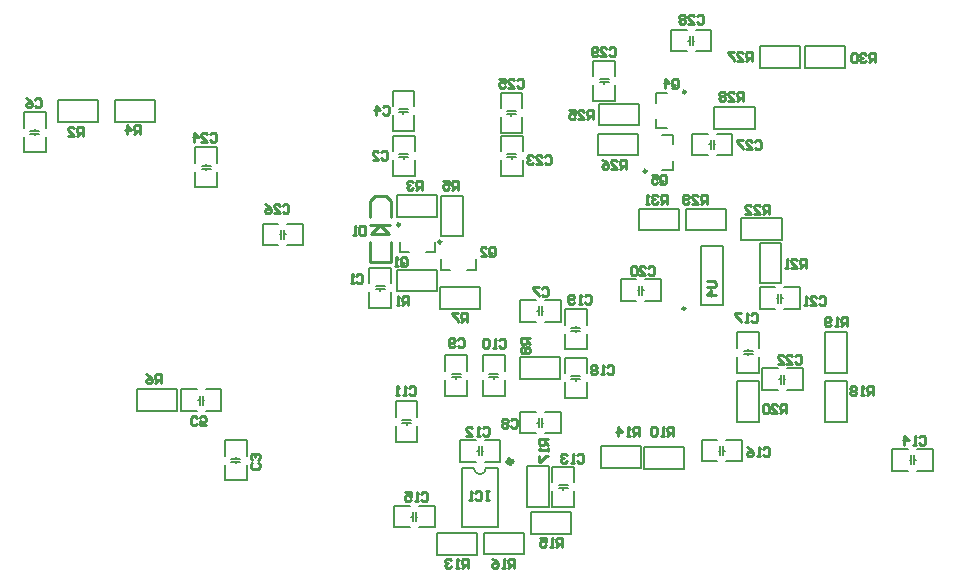
<source format=gbo>
G04*
G04 #@! TF.GenerationSoftware,Altium Limited,Altium Designer,23.3.1 (30)*
G04*
G04 Layer_Color=32896*
%FSLAX25Y25*%
%MOIN*%
G70*
G04*
G04 #@! TF.SameCoordinates,0926E253-2B7E-4DA0-91A0-339D2320E812*
G04*
G04*
G04 #@! TF.FilePolarity,Positive*
G04*
G01*
G75*
%ADD10C,0.01000*%
%ADD12C,0.00984*%
%ADD13C,0.00800*%
%ADD16C,0.00787*%
%ADD18C,0.00600*%
%ADD100C,0.01968*%
D10*
X288251Y356886D02*
X291851D01*
X293551Y355186D01*
Y349936D02*
Y355186D01*
X286551Y349936D02*
Y355186D01*
X288251Y356886D01*
X286741Y347246D02*
X293221D01*
X286551Y334935D02*
X293551D01*
X286551D02*
Y341436D01*
X293551Y334935D02*
Y341436D01*
X289901Y347246D02*
X293101Y344045D01*
X286931D02*
X293101D01*
X286931D02*
X289971Y347085D01*
X413999Y402001D02*
Y404999D01*
X412499D01*
X411999Y404500D01*
Y403500D01*
X412499Y403000D01*
X413999D01*
X412999D02*
X411999Y402001D01*
X409000D02*
X411000D01*
X409000Y404000D01*
Y404500D01*
X409500Y404999D01*
X410500D01*
X411000Y404500D01*
X408001Y404999D02*
X406001D01*
Y404500D01*
X408001Y402500D01*
Y402001D01*
X454999Y401501D02*
Y404499D01*
X453499D01*
X452999Y404000D01*
Y403000D01*
X453499Y402500D01*
X454999D01*
X453999D02*
X452999Y401501D01*
X452000Y404000D02*
X451500Y404499D01*
X450500D01*
X450000Y404000D01*
Y403500D01*
X450500Y403000D01*
X451000D01*
X450500D01*
X450000Y402500D01*
Y402000D01*
X450500Y401501D01*
X451500D01*
X452000Y402000D01*
X449001Y404000D02*
X448501Y404499D01*
X447501D01*
X447001Y404000D01*
Y402000D01*
X447501Y401501D01*
X448501D01*
X449001Y402000D01*
Y404000D01*
X366499Y406000D02*
X366999Y406499D01*
X367999D01*
X368499Y406000D01*
Y404000D01*
X367999Y403501D01*
X366999D01*
X366499Y404000D01*
X363500Y403501D02*
X365500D01*
X363500Y405500D01*
Y406000D01*
X364000Y406499D01*
X365000D01*
X365500Y406000D01*
X362501Y404000D02*
X362001Y403501D01*
X361001D01*
X360501Y404000D01*
Y406000D01*
X361001Y406499D01*
X362001D01*
X362501Y406000D01*
Y405500D01*
X362001Y405000D01*
X360501D01*
X299783Y292918D02*
X300283Y293418D01*
X301283D01*
X301783Y292918D01*
Y290918D01*
X301283Y290419D01*
X300283D01*
X299783Y290918D01*
X298784Y290419D02*
X297784D01*
X298284D01*
Y293418D01*
X298784Y292918D01*
X296285Y290419D02*
X295285D01*
X295785D01*
Y293418D01*
X296285Y292918D01*
X346000Y275749D02*
X343001D01*
Y274249D01*
X343500Y273749D01*
X344500D01*
X345000Y274249D01*
Y275749D01*
Y274749D02*
X346000Y273749D01*
Y272750D02*
Y271750D01*
Y272250D01*
X343001D01*
X343500Y272750D01*
X343001Y270251D02*
Y268251D01*
X343500D01*
X345500Y270251D01*
X346000D01*
X399001Y328499D02*
X401500D01*
X402000Y327999D01*
Y327000D01*
X401500Y326500D01*
X399001D01*
X402000Y324001D02*
X399001D01*
X400500Y325500D01*
Y323501D01*
X385556Y354342D02*
Y357341D01*
X384056D01*
X383556Y356841D01*
Y355841D01*
X384056Y355341D01*
X385556D01*
X384556D02*
X383556Y354342D01*
X382557Y356841D02*
X382057Y357341D01*
X381057D01*
X380557Y356841D01*
Y356341D01*
X381057Y355841D01*
X381557D01*
X381057D01*
X380557Y355341D01*
Y354842D01*
X381057Y354342D01*
X382057D01*
X382557Y354842D01*
X379558Y354342D02*
X378558D01*
X379058D01*
Y357341D01*
X379558Y356841D01*
X398924Y354219D02*
Y357218D01*
X397425D01*
X396925Y356718D01*
Y355719D01*
X397425Y355219D01*
X398924D01*
X397925D02*
X396925Y354219D01*
X393926D02*
X395925D01*
X393926Y356219D01*
Y356718D01*
X394426Y357218D01*
X395426D01*
X395925Y356718D01*
X392926Y354719D02*
X392427Y354219D01*
X391427D01*
X390927Y354719D01*
Y356718D01*
X391427Y357218D01*
X392427D01*
X392926Y356718D01*
Y356219D01*
X392427Y355719D01*
X390927D01*
X411066Y388636D02*
Y391635D01*
X409567D01*
X409067Y391136D01*
Y390136D01*
X409567Y389636D01*
X411066D01*
X410067D02*
X409067Y388636D01*
X406068D02*
X408067D01*
X406068Y390636D01*
Y391136D01*
X406568Y391635D01*
X407568D01*
X408067Y391136D01*
X405068D02*
X404569Y391635D01*
X403569D01*
X403069Y391136D01*
Y390636D01*
X403569Y390136D01*
X403069Y389636D01*
Y389136D01*
X403569Y388636D01*
X404569D01*
X405068Y389136D01*
Y389636D01*
X404569Y390136D01*
X405068Y390636D01*
Y391136D01*
X404569Y390136D02*
X403569D01*
X371999Y366001D02*
Y369000D01*
X370499D01*
X369999Y368500D01*
Y367500D01*
X370499Y367000D01*
X371999D01*
X370999D02*
X369999Y366001D01*
X367000D02*
X369000D01*
X367000Y368000D01*
Y368500D01*
X367500Y369000D01*
X368500D01*
X369000Y368500D01*
X364001Y369000D02*
X365001Y368500D01*
X366001Y367500D01*
Y366500D01*
X365501Y366001D01*
X364501D01*
X364001Y366500D01*
Y367000D01*
X364501Y367500D01*
X366001D01*
X360999Y382501D02*
Y385500D01*
X359499D01*
X358999Y385000D01*
Y384000D01*
X359499Y383500D01*
X360999D01*
X359999D02*
X358999Y382501D01*
X356000D02*
X358000D01*
X356000Y384500D01*
Y385000D01*
X356500Y385500D01*
X357500D01*
X358000Y385000D01*
X353001Y385500D02*
X355001D01*
Y384000D01*
X354001Y384500D01*
X353501D01*
X353001Y384000D01*
Y383000D01*
X353501Y382501D01*
X354501D01*
X355001Y383000D01*
X419760Y351033D02*
Y354032D01*
X418260D01*
X417761Y353532D01*
Y352532D01*
X418260Y352032D01*
X419760D01*
X418760D02*
X417761Y351033D01*
X414762D02*
X416761D01*
X414762Y353032D01*
Y353532D01*
X415262Y354032D01*
X416261D01*
X416761Y353532D01*
X411763Y351033D02*
X413762D01*
X411763Y353032D01*
Y353532D01*
X412262Y354032D01*
X413262D01*
X413762Y353532D01*
X431999Y333000D02*
Y335999D01*
X430499D01*
X429999Y335500D01*
Y334500D01*
X430499Y334000D01*
X431999D01*
X430999D02*
X429999Y333000D01*
X427001D02*
X429000D01*
X427001Y335000D01*
Y335500D01*
X427500Y335999D01*
X428500D01*
X429000Y335500D01*
X426001Y333000D02*
X425001D01*
X425501D01*
Y335999D01*
X426001Y335500D01*
X425499Y284501D02*
Y287499D01*
X423999D01*
X423499Y287000D01*
Y286000D01*
X423999Y285500D01*
X425499D01*
X424499D02*
X423499Y284501D01*
X420500D02*
X422500D01*
X420500Y286500D01*
Y287000D01*
X421000Y287499D01*
X422000D01*
X422500Y287000D01*
X419501D02*
X419001Y287499D01*
X418001D01*
X417501Y287000D01*
Y285000D01*
X418001Y284501D01*
X419001D01*
X419501Y285000D01*
Y287000D01*
X445749Y313500D02*
Y316499D01*
X444249D01*
X443749Y316000D01*
Y315000D01*
X444249Y314500D01*
X445749D01*
X444749D02*
X443749Y313500D01*
X442750D02*
X441750D01*
X442250D01*
Y316499D01*
X442750Y316000D01*
X440251Y314000D02*
X439751Y313500D01*
X438751D01*
X438251Y314000D01*
Y316000D01*
X438751Y316499D01*
X439751D01*
X440251Y316000D01*
Y315500D01*
X439751Y315000D01*
X438251D01*
X454249Y290500D02*
Y293499D01*
X452749D01*
X452249Y293000D01*
Y292000D01*
X452749Y291500D01*
X454249D01*
X453249D02*
X452249Y290500D01*
X451250D02*
X450250D01*
X450750D01*
Y293499D01*
X451250Y293000D01*
X448751D02*
X448251Y293499D01*
X447251D01*
X446751Y293000D01*
Y292500D01*
X447251Y292000D01*
X446751Y291500D01*
Y291000D01*
X447251Y290500D01*
X448251D01*
X448751Y291000D01*
Y291500D01*
X448251Y292000D01*
X448751Y292500D01*
Y293000D01*
X448251Y292000D02*
X447251D01*
X334749Y233000D02*
Y235999D01*
X333249D01*
X332749Y235500D01*
Y234500D01*
X333249Y234000D01*
X334749D01*
X333749D02*
X332749Y233000D01*
X331750D02*
X330750D01*
X331250D01*
Y235999D01*
X331750Y235500D01*
X327251Y235999D02*
X328251Y235500D01*
X329251Y234500D01*
Y233500D01*
X328751Y233000D01*
X327751D01*
X327251Y233500D01*
Y234000D01*
X327751Y234500D01*
X329251D01*
X350749Y240001D02*
Y243000D01*
X349249D01*
X348749Y242500D01*
Y241500D01*
X349249Y241000D01*
X350749D01*
X349749D02*
X348749Y240001D01*
X347750D02*
X346750D01*
X347250D01*
Y243000D01*
X347750Y242500D01*
X343251Y243000D02*
X345251D01*
Y241500D01*
X344251Y242000D01*
X343751D01*
X343251Y241500D01*
Y240500D01*
X343751Y240001D01*
X344751D01*
X345251Y240500D01*
X376300Y276800D02*
Y279799D01*
X374800D01*
X374301Y279299D01*
Y278299D01*
X374800Y277800D01*
X376300D01*
X375300D02*
X374301Y276800D01*
X373301D02*
X372301D01*
X372801D01*
Y279799D01*
X373301Y279299D01*
X369302Y276800D02*
Y279799D01*
X370802Y278299D01*
X368802D01*
X319249Y233000D02*
Y235999D01*
X317749D01*
X317249Y235500D01*
Y234500D01*
X317749Y234000D01*
X319249D01*
X318249D02*
X317249Y233000D01*
X316250D02*
X315250D01*
X315750D01*
Y235999D01*
X316250Y235500D01*
X313751D02*
X313251Y235999D01*
X312251D01*
X311751Y235500D01*
Y235000D01*
X312251Y234500D01*
X312751D01*
X312251D01*
X311751Y234000D01*
Y233500D01*
X312251Y233000D01*
X313251D01*
X313751Y233500D01*
X387749Y277000D02*
Y279999D01*
X386249D01*
X385749Y279500D01*
Y278500D01*
X386249Y278000D01*
X387749D01*
X386749D02*
X385749Y277000D01*
X384750D02*
X383750D01*
X384250D01*
Y279999D01*
X384750Y279500D01*
X382251D02*
X381751Y279999D01*
X380751D01*
X380251Y279500D01*
Y277500D01*
X380751Y277000D01*
X381751D01*
X382251Y277500D01*
Y279500D01*
X340000Y309499D02*
X337000D01*
Y308000D01*
X337500Y307500D01*
X338500D01*
X339000Y308000D01*
Y309499D01*
Y308500D02*
X340000Y307500D01*
X337500Y306500D02*
X337000Y306000D01*
Y305001D01*
X337500Y304501D01*
X338000D01*
X338500Y305001D01*
X339000Y304501D01*
X339500D01*
X340000Y305001D01*
Y306000D01*
X339500Y306500D01*
X339000D01*
X338500Y306000D01*
X338000Y306500D01*
X337500D01*
X338500Y306000D02*
Y305001D01*
X318999Y315001D02*
Y318000D01*
X317500D01*
X317000Y317500D01*
Y316500D01*
X317500Y316000D01*
X318999D01*
X318000D02*
X317000Y315001D01*
X316000Y318000D02*
X314001D01*
Y317500D01*
X316000Y315500D01*
Y315001D01*
X216999Y294500D02*
Y297499D01*
X215500D01*
X215000Y297000D01*
Y296000D01*
X215500Y295500D01*
X216999D01*
X216000D02*
X215000Y294500D01*
X212001Y297499D02*
X213000Y297000D01*
X214000Y296000D01*
Y295000D01*
X213500Y294500D01*
X212501D01*
X212001Y295000D01*
Y295500D01*
X212501Y296000D01*
X214000D01*
X315999Y359000D02*
Y362000D01*
X314500D01*
X314000Y361500D01*
Y360500D01*
X314500Y360000D01*
X315999D01*
X315000D02*
X314000Y359000D01*
X311001Y362000D02*
X313000D01*
Y360500D01*
X312000Y361000D01*
X311501D01*
X311001Y360500D01*
Y359500D01*
X311501Y359000D01*
X312500D01*
X313000Y359500D01*
X209999Y377501D02*
Y380500D01*
X208500D01*
X208000Y380000D01*
Y379000D01*
X208500Y378500D01*
X209999D01*
X208999D02*
X208000Y377501D01*
X205501D02*
Y380500D01*
X207000Y379000D01*
X205001D01*
X303999Y359000D02*
Y362000D01*
X302500D01*
X302000Y361500D01*
Y360500D01*
X302500Y360000D01*
X303999D01*
X302999D02*
X302000Y359000D01*
X301000Y361500D02*
X300500Y362000D01*
X299501D01*
X299001Y361500D01*
Y361000D01*
X299501Y360500D01*
X300001D01*
X299501D01*
X299001Y360000D01*
Y359500D01*
X299501Y359000D01*
X300500D01*
X301000Y359500D01*
X190999Y377000D02*
Y379999D01*
X189500D01*
X189000Y379500D01*
Y378500D01*
X189500Y378000D01*
X190999D01*
X189999D02*
X189000Y377000D01*
X186001D02*
X188000D01*
X186001Y379000D01*
Y379500D01*
X186501Y379999D01*
X187500D01*
X188000Y379500D01*
X299499Y320500D02*
Y323499D01*
X298000D01*
X297500Y323000D01*
Y322000D01*
X298000Y321500D01*
X299499D01*
X298500D02*
X297500Y320500D01*
X296500D02*
X295501D01*
X296001D01*
Y323499D01*
X296500Y323000D01*
X383500Y361500D02*
Y363500D01*
X384000Y364000D01*
X384999D01*
X385499Y363500D01*
Y361500D01*
X384999Y361000D01*
X384000D01*
X384500Y362000D02*
X383500Y361000D01*
X384000D02*
X383500Y361500D01*
X380501Y364000D02*
X382500D01*
Y362500D01*
X381501Y363000D01*
X381001D01*
X380501Y362500D01*
Y361500D01*
X381001Y361000D01*
X382000D01*
X382500Y361500D01*
X387500Y393500D02*
Y395500D01*
X388000Y396000D01*
X388999D01*
X389499Y395500D01*
Y393500D01*
X388999Y393001D01*
X388000D01*
X388499Y394000D02*
X387500Y393001D01*
X388000D02*
X387500Y393500D01*
X385001Y393001D02*
Y396000D01*
X386500Y394500D01*
X384501D01*
X326500Y337500D02*
Y339500D01*
X327000Y340000D01*
X327999D01*
X328499Y339500D01*
Y337500D01*
X327999Y337000D01*
X327000D01*
X327500Y338000D02*
X326500Y337000D01*
X327000D02*
X326500Y337500D01*
X323501Y337000D02*
X325500D01*
X323501Y339000D01*
Y339500D01*
X324001Y340000D01*
X325000D01*
X325500Y339500D01*
X297000Y334000D02*
Y336000D01*
X297500Y336500D01*
X298499D01*
X298999Y336000D01*
Y334000D01*
X298499Y333501D01*
X297500D01*
X298000Y334500D02*
X297000Y333501D01*
X297500D02*
X297000Y334000D01*
X296000Y333501D02*
X295001D01*
X295500D01*
Y336500D01*
X296000Y336000D01*
X326249Y258500D02*
X325249D01*
X325749D01*
Y255501D01*
X326249D01*
X325249D01*
X321750Y258000D02*
X322250Y258500D01*
X323250D01*
X323750Y258000D01*
Y256000D01*
X323250Y255501D01*
X322250D01*
X321750Y256000D01*
X320751Y255501D02*
X319751D01*
X320251D01*
Y258500D01*
X320751Y258000D01*
X284999Y347000D02*
Y344001D01*
X283500D01*
X283000Y344500D01*
Y346500D01*
X283500Y347000D01*
X284999D01*
X282000Y344001D02*
X281001D01*
X281501D01*
Y347000D01*
X282000Y346500D01*
X395764Y416730D02*
X396264Y417230D01*
X397264D01*
X397763Y416730D01*
Y414731D01*
X397264Y414231D01*
X396264D01*
X395764Y414731D01*
X392765Y414231D02*
X394764D01*
X392765Y416231D01*
Y416730D01*
X393265Y417230D01*
X394265D01*
X394764Y416730D01*
X391765D02*
X391266Y417230D01*
X390266D01*
X389766Y416730D01*
Y416231D01*
X390266Y415731D01*
X389766Y415231D01*
Y414731D01*
X390266Y414231D01*
X391266D01*
X391765Y414731D01*
Y415231D01*
X391266Y415731D01*
X391765Y416231D01*
Y416730D01*
X391266Y415731D02*
X390266D01*
X414999Y375000D02*
X415499Y375500D01*
X416499D01*
X416999Y375000D01*
Y373000D01*
X416499Y372500D01*
X415499D01*
X414999Y373000D01*
X412000Y372500D02*
X414000D01*
X412000Y374500D01*
Y375000D01*
X412500Y375500D01*
X413500D01*
X414000Y375000D01*
X411001Y375500D02*
X409001D01*
Y375000D01*
X411001Y373000D01*
Y372500D01*
X257501Y353599D02*
X258000Y354099D01*
X259000D01*
X259500Y353599D01*
Y351600D01*
X259000Y351100D01*
X258000D01*
X257501Y351600D01*
X254502Y351100D02*
X256501D01*
X254502Y353099D01*
Y353599D01*
X255001Y354099D01*
X256001D01*
X256501Y353599D01*
X251503Y354099D02*
X252502Y353599D01*
X253502Y352600D01*
Y351600D01*
X253002Y351100D01*
X252002D01*
X251503Y351600D01*
Y352100D01*
X252002Y352600D01*
X253502D01*
X335731Y395455D02*
X336230Y395955D01*
X337230D01*
X337730Y395455D01*
Y393456D01*
X337230Y392956D01*
X336230D01*
X335731Y393456D01*
X332732Y392956D02*
X334731D01*
X332732Y394955D01*
Y395455D01*
X333231Y395955D01*
X334231D01*
X334731Y395455D01*
X329732Y395955D02*
X331732D01*
Y394456D01*
X330732Y394955D01*
X330232D01*
X329732Y394456D01*
Y393456D01*
X330232Y392956D01*
X331232D01*
X331732Y393456D01*
X233499Y377500D02*
X233999Y377999D01*
X234999D01*
X235499Y377500D01*
Y375500D01*
X234999Y375001D01*
X233999D01*
X233499Y375500D01*
X230500Y375001D02*
X232500D01*
X230500Y377000D01*
Y377500D01*
X231000Y377999D01*
X232000D01*
X232500Y377500D01*
X228001Y375001D02*
Y377999D01*
X229501Y376500D01*
X227501D01*
X344999Y370000D02*
X345499Y370499D01*
X346499D01*
X346999Y370000D01*
Y368000D01*
X346499Y367500D01*
X345499D01*
X344999Y368000D01*
X342000Y367500D02*
X344000D01*
X342000Y369500D01*
Y370000D01*
X342500Y370499D01*
X343500D01*
X344000Y370000D01*
X341001D02*
X340501Y370499D01*
X339501D01*
X339001Y370000D01*
Y369500D01*
X339501Y369000D01*
X340001D01*
X339501D01*
X339001Y368500D01*
Y368000D01*
X339501Y367500D01*
X340501D01*
X341001Y368000D01*
X428499Y303500D02*
X428999Y303999D01*
X429999D01*
X430499Y303500D01*
Y301500D01*
X429999Y301000D01*
X428999D01*
X428499Y301500D01*
X425500Y301000D02*
X427500D01*
X425500Y303000D01*
Y303500D01*
X426000Y303999D01*
X427000D01*
X427500Y303500D01*
X422501Y301000D02*
X424501D01*
X422501Y303000D01*
Y303500D01*
X423001Y303999D01*
X424001D01*
X424501Y303500D01*
X436407Y322987D02*
X436907Y323486D01*
X437906D01*
X438406Y322987D01*
Y320987D01*
X437906Y320487D01*
X436907D01*
X436407Y320987D01*
X433408Y320487D02*
X435407D01*
X433408Y322487D01*
Y322987D01*
X433908Y323486D01*
X434907D01*
X435407Y322987D01*
X432408Y320487D02*
X431409D01*
X431908D01*
Y323486D01*
X432408Y322987D01*
X379499Y333000D02*
X379999Y333500D01*
X380999D01*
X381499Y333000D01*
Y331000D01*
X380999Y330501D01*
X379999D01*
X379499Y331000D01*
X376500Y330501D02*
X378500D01*
X376500Y332500D01*
Y333000D01*
X377000Y333500D01*
X378000D01*
X378500Y333000D01*
X375501D02*
X375001Y333500D01*
X374001D01*
X373501Y333000D01*
Y331000D01*
X374001Y330501D01*
X375001D01*
X375501Y331000D01*
Y333000D01*
X358249Y323500D02*
X358749Y324000D01*
X359749D01*
X360249Y323500D01*
Y321500D01*
X359749Y321001D01*
X358749D01*
X358249Y321500D01*
X357250Y321001D02*
X356250D01*
X356750D01*
Y324000D01*
X357250Y323500D01*
X354751Y321500D02*
X354251Y321001D01*
X353251D01*
X352751Y321500D01*
Y323500D01*
X353251Y324000D01*
X354251D01*
X354751Y323500D01*
Y323000D01*
X354251Y322500D01*
X352751D01*
X365749Y300000D02*
X366249Y300500D01*
X367249D01*
X367749Y300000D01*
Y298000D01*
X367249Y297500D01*
X366249D01*
X365749Y298000D01*
X364750Y297500D02*
X363750D01*
X364250D01*
Y300500D01*
X364750Y300000D01*
X362251D02*
X361751Y300500D01*
X360751D01*
X360251Y300000D01*
Y299500D01*
X360751Y299000D01*
X360251Y298500D01*
Y298000D01*
X360751Y297500D01*
X361751D01*
X362251Y298000D01*
Y298500D01*
X361751Y299000D01*
X362251Y299500D01*
Y300000D01*
X361751Y299000D02*
X360751D01*
X413701Y317299D02*
X414200Y317799D01*
X415200D01*
X415700Y317299D01*
Y315300D01*
X415200Y314800D01*
X414200D01*
X413701Y315300D01*
X412701Y314800D02*
X411701D01*
X412201D01*
Y317799D01*
X412701Y317299D01*
X410202Y317799D02*
X408202D01*
Y317299D01*
X410202Y315300D01*
Y314800D01*
X417684Y272638D02*
X418184Y273138D01*
X419183D01*
X419683Y272638D01*
Y270639D01*
X419183Y270139D01*
X418184D01*
X417684Y270639D01*
X416684Y270139D02*
X415685D01*
X416184D01*
Y273138D01*
X416684Y272638D01*
X412186Y273138D02*
X413185Y272638D01*
X414185Y271638D01*
Y270639D01*
X413685Y270139D01*
X412686D01*
X412186Y270639D01*
Y271139D01*
X412686Y271638D01*
X414185D01*
X303731Y257610D02*
X304230Y258110D01*
X305230D01*
X305730Y257610D01*
Y255610D01*
X305230Y255111D01*
X304230D01*
X303731Y255610D01*
X302731Y255111D02*
X301731D01*
X302231D01*
Y258110D01*
X302731Y257610D01*
X298232Y258110D02*
X300232D01*
Y256610D01*
X299232Y257110D01*
X298732D01*
X298232Y256610D01*
Y255610D01*
X298732Y255111D01*
X299732D01*
X300232Y255610D01*
X469749Y276500D02*
X470249Y276999D01*
X471249D01*
X471749Y276500D01*
Y274500D01*
X471249Y274001D01*
X470249D01*
X469749Y274500D01*
X468750Y274001D02*
X467750D01*
X468250D01*
Y276999D01*
X468750Y276500D01*
X464751Y274001D02*
Y276999D01*
X466251Y275500D01*
X464251D01*
X355749Y270500D02*
X356249Y271000D01*
X357249D01*
X357749Y270500D01*
Y268500D01*
X357249Y268001D01*
X356249D01*
X355749Y268500D01*
X354750Y268001D02*
X353750D01*
X354250D01*
Y271000D01*
X354750Y270500D01*
X352251D02*
X351751Y271000D01*
X350751D01*
X350251Y270500D01*
Y270000D01*
X350751Y269500D01*
X351251D01*
X350751D01*
X350251Y269000D01*
Y268500D01*
X350751Y268001D01*
X351751D01*
X352251Y268500D01*
X324249Y279500D02*
X324749Y279999D01*
X325749D01*
X326249Y279500D01*
Y277500D01*
X325749Y277000D01*
X324749D01*
X324249Y277500D01*
X323250Y277000D02*
X322250D01*
X322750D01*
Y279999D01*
X323250Y279500D01*
X318751Y277000D02*
X320751D01*
X318751Y279000D01*
Y279500D01*
X319251Y279999D01*
X320251D01*
X320751Y279500D01*
X329729Y308838D02*
X330228Y309338D01*
X331228D01*
X331728Y308838D01*
Y306839D01*
X331228Y306339D01*
X330228D01*
X329729Y306839D01*
X328729Y306339D02*
X327729D01*
X328229D01*
Y309338D01*
X328729Y308838D01*
X326230D02*
X325730Y309338D01*
X324730D01*
X324230Y308838D01*
Y306839D01*
X324730Y306339D01*
X325730D01*
X326230Y306839D01*
Y308838D01*
X315955Y308871D02*
X316455Y309371D01*
X317455D01*
X317954Y308871D01*
Y306872D01*
X317455Y306372D01*
X316455D01*
X315955Y306872D01*
X314955D02*
X314456Y306372D01*
X313456D01*
X312956Y306872D01*
Y308871D01*
X313456Y309371D01*
X314456D01*
X314955Y308871D01*
Y308371D01*
X314456Y307871D01*
X312956D01*
X333579Y282152D02*
X334079Y282652D01*
X335079D01*
X335578Y282152D01*
Y280153D01*
X335079Y279653D01*
X334079D01*
X333579Y280153D01*
X332579Y282152D02*
X332079Y282652D01*
X331080D01*
X330580Y282152D01*
Y281652D01*
X331080Y281152D01*
X330580Y280653D01*
Y280153D01*
X331080Y279653D01*
X332079D01*
X332579Y280153D01*
Y280653D01*
X332079Y281152D01*
X332579Y281652D01*
Y282152D01*
X332079Y281152D02*
X331080D01*
X344000Y326000D02*
X344500Y326500D01*
X345499D01*
X345999Y326000D01*
Y324000D01*
X345499Y323500D01*
X344500D01*
X344000Y324000D01*
X343000Y326500D02*
X341001D01*
Y326000D01*
X343000Y324000D01*
Y323500D01*
X175000Y389000D02*
X175500Y389499D01*
X176499D01*
X176999Y389000D01*
Y387000D01*
X176499Y386501D01*
X175500D01*
X175000Y387000D01*
X172001Y389499D02*
X173001Y389000D01*
X174000Y388000D01*
Y387000D01*
X173500Y386501D01*
X172501D01*
X172001Y387000D01*
Y387500D01*
X172501Y388000D01*
X174000D01*
X229000Y281000D02*
X228500Y280501D01*
X227501D01*
X227001Y281000D01*
Y283000D01*
X227501Y283500D01*
X228500D01*
X229000Y283000D01*
X231999Y280501D02*
X230000D01*
Y282000D01*
X230999Y281500D01*
X231499D01*
X231999Y282000D01*
Y283000D01*
X231499Y283500D01*
X230500D01*
X230000Y283000D01*
X291000Y386500D02*
X291500Y387000D01*
X292499D01*
X292999Y386500D01*
Y384500D01*
X292499Y384000D01*
X291500D01*
X291000Y384500D01*
X288501Y384000D02*
Y387000D01*
X290000Y385500D01*
X288001D01*
X249500Y268000D02*
X249999Y267500D01*
Y266501D01*
X249500Y266001D01*
X247500D01*
X247001Y266501D01*
Y267500D01*
X247500Y268000D01*
X249500Y269000D02*
X249999Y269500D01*
Y270499D01*
X249500Y270999D01*
X249000D01*
X248500Y270499D01*
Y270000D01*
Y270499D01*
X248000Y270999D01*
X247500D01*
X247001Y270499D01*
Y269500D01*
X247500Y269000D01*
X290500Y371500D02*
X291000Y372000D01*
X291999D01*
X292499Y371500D01*
Y369500D01*
X291999Y369001D01*
X291000D01*
X290500Y369500D01*
X287501Y369001D02*
X289500D01*
X287501Y371000D01*
Y371500D01*
X288001Y372000D01*
X289000D01*
X289500Y371500D01*
X282166Y330334D02*
X282666Y330834D01*
X283666D01*
X284166Y330334D01*
Y328335D01*
X283666Y327835D01*
X282666D01*
X282166Y328335D01*
X281167Y327835D02*
X280167D01*
X280667D01*
Y330834D01*
X281167Y330334D01*
D12*
X391748Y319400D02*
G03*
X391748Y319400I-492J0D01*
G01*
X378842Y365153D02*
G03*
X378842Y365153I-492J0D01*
G01*
X391874Y391567D02*
G03*
X391874Y391567I-492J0D01*
G01*
X296666Y347302D02*
G03*
X296666Y347302I-492J0D01*
G01*
X310428Y341552D02*
G03*
X310428Y341552I-492J0D01*
G01*
D13*
X323291Y264133D02*
G03*
X325291Y266133I0J2000D01*
G01*
X321291Y266133D02*
G03*
X323291Y264133I2000J0D01*
G01*
X410693Y268400D02*
Y275600D01*
X397307Y268400D02*
Y275600D01*
Y268400D02*
X402500D01*
X405500D02*
X410693D01*
X405500Y275600D02*
X410693D01*
X397307D02*
X402500D01*
X286452Y319647D02*
Y324840D01*
Y327840D02*
Y333033D01*
X293651Y327840D02*
Y333033D01*
Y319647D02*
Y324840D01*
X286451Y319647D02*
X293651D01*
X286451Y333033D02*
X293651D01*
X294797Y246429D02*
Y253629D01*
X308183Y246429D02*
Y253629D01*
X302990D02*
X308183D01*
X294797D02*
X299990D01*
X294797Y246429D02*
X299990D01*
X302990D02*
X308183D01*
X460824Y265303D02*
Y272503D01*
X474209Y265303D02*
Y272503D01*
X469017D02*
X474209D01*
X460824D02*
X466017D01*
X460824Y265304D02*
X466017D01*
X469017D02*
X474209D01*
X409105Y281697D02*
Y295083D01*
X416305D01*
Y281697D02*
Y295083D01*
X409105Y281697D02*
X416305D01*
X430848Y292202D02*
Y299402D01*
X417462Y292202D02*
Y299402D01*
Y292202D02*
X422655D01*
X425655D02*
X430848D01*
X425655Y299402D02*
X430848D01*
X417462D02*
X422655D01*
X445607Y281697D02*
Y295083D01*
X438407Y281697D02*
X445607D01*
X438407D02*
Y295083D01*
X445607D01*
X445607Y298031D02*
Y311416D01*
X438407Y298031D02*
X445607D01*
X438407D02*
Y311416D01*
X445607D01*
X423720Y327752D02*
Y341138D01*
X416520Y327752D02*
X423720D01*
X416520D02*
Y341138D01*
X423720D01*
X416515Y319196D02*
Y326396D01*
X429901Y319196D02*
Y326396D01*
X424708D02*
X429901D01*
X416515D02*
X421708D01*
X416515Y319196D02*
X421708D01*
X424708D02*
X429901D01*
X410460Y342348D02*
X423846D01*
X410460D02*
Y349548D01*
X423846D01*
Y342348D02*
Y349548D01*
X405292Y345400D02*
Y352600D01*
X391906D02*
X405292D01*
X391906Y345400D02*
Y352600D01*
Y345400D02*
X405292D01*
X389693Y345400D02*
Y352600D01*
X376307D02*
X389693D01*
X376307Y345400D02*
Y352600D01*
Y345400D02*
X389693D01*
X429906Y399567D02*
Y406767D01*
X416520D02*
X429906D01*
X416520Y399567D02*
Y406767D01*
Y399567D02*
X429906Y399567D01*
X444889Y399600D02*
Y406800D01*
X431503D02*
X444889D01*
X431503Y399600D02*
Y406800D01*
Y399600D02*
X444889D01*
X395253Y405060D02*
X400446D01*
X387060D02*
X392253D01*
X387060Y412260D02*
X392253D01*
X395253D02*
X400446D01*
Y405060D02*
Y412260D01*
X387060Y405060D02*
Y412260D01*
X401476Y379172D02*
Y386372D01*
Y379172D02*
X414861D01*
Y386372D01*
X401476D02*
X414861D01*
X394012Y377695D02*
X399205D01*
X402205D02*
X407398D01*
X402205Y370495D02*
X407398D01*
X394012D02*
X399205D01*
X394012D02*
Y377695D01*
X407398Y370495D02*
Y377695D01*
X362594Y370495D02*
Y377695D01*
Y370495D02*
X375980D01*
Y377695D01*
X362594D02*
X375980D01*
X362870Y380489D02*
Y387689D01*
Y380489D02*
X376256D01*
Y387689D01*
X362870D02*
X376256D01*
X368337Y396788D02*
Y401981D01*
Y388595D02*
Y393788D01*
X361138Y388595D02*
Y393788D01*
Y396788D02*
Y401981D01*
X368338D01*
X361138Y388595D02*
X368338D01*
X383693Y321900D02*
Y329100D01*
X370307Y321900D02*
Y329100D01*
Y321900D02*
X375500D01*
X378500D02*
X383693D01*
X378500Y329100D02*
X383693D01*
X370307D02*
X375500D01*
X351685Y319121D02*
X358885D01*
X351685Y305735D02*
X358885D01*
Y310928D01*
Y313928D02*
Y319121D01*
X351686Y313928D02*
Y319121D01*
Y305735D02*
Y310928D01*
X350171Y314988D02*
Y322188D01*
X336785Y314988D02*
Y322188D01*
Y314988D02*
X341978D01*
X344978D02*
X350171D01*
X344978Y322187D02*
X350171D01*
X336785D02*
X341978D01*
X336685Y295920D02*
X350071D01*
X336685D02*
Y303120D01*
X350071D01*
Y295920D02*
Y303120D01*
X351685Y302893D02*
X358885D01*
X351685Y289508D02*
X358885D01*
Y294701D01*
Y297701D02*
Y302893D01*
X351686Y297701D02*
Y302893D01*
Y289508D02*
Y294701D01*
X350171Y277722D02*
Y284922D01*
X336785Y277722D02*
Y284922D01*
Y277722D02*
X341978D01*
X344978D02*
X350171D01*
X344978Y284922D02*
X350171D01*
X336785D02*
X341978D01*
X325291Y266133D02*
X329291D01*
X317291D02*
X321291D01*
X347414Y253302D02*
X354614D01*
X347414Y266688D02*
X354614D01*
X347414Y261495D02*
Y266688D01*
Y253302D02*
Y258495D01*
X354614Y253302D02*
Y258495D01*
Y261495D02*
Y266688D01*
X339056Y266711D02*
X346256D01*
X339056Y253325D02*
Y266711D01*
Y253325D02*
X346256D01*
Y266711D01*
X340444Y251524D02*
X353830D01*
Y244324D02*
Y251524D01*
X340444Y244324D02*
X353830D01*
X340444D02*
Y251524D01*
X324567Y237400D02*
X337952D01*
X324567D02*
Y244600D01*
X337952D01*
Y237400D02*
Y244600D01*
X309014Y244504D02*
X322400D01*
Y237304D02*
Y244504D01*
X309014Y237304D02*
X322400D01*
X309014D02*
Y244504D01*
X316713Y268285D02*
Y275485D01*
X330099Y268285D02*
Y275485D01*
X324906D02*
X330099D01*
X316713D02*
X321906D01*
X316713Y268286D02*
X321906D01*
X324906D02*
X330099D01*
X330198Y377886D02*
Y383079D01*
Y386079D02*
Y391272D01*
X337398Y386079D02*
Y391272D01*
Y377886D02*
Y383079D01*
X330198Y377886D02*
X337398D01*
X330198Y391272D02*
X337398D01*
X337503Y371707D02*
Y376900D01*
Y363514D02*
Y368707D01*
X330303Y363514D02*
Y368707D01*
Y371707D02*
Y376900D01*
X337503D01*
X330303Y363514D02*
X337503D01*
X324369Y290319D02*
X331569D01*
X324369Y303705D02*
X331569D01*
X324369Y298512D02*
Y303705D01*
Y290319D02*
Y295512D01*
X331569Y290319D02*
Y295512D01*
Y298512D02*
Y303705D01*
X311791Y290319D02*
X318991D01*
X311791Y303705D02*
X318991D01*
X311791Y298512D02*
Y303705D01*
Y290319D02*
Y295512D01*
X318990Y290319D02*
Y295512D01*
Y298512D02*
Y303705D01*
X302485Y283199D02*
Y288392D01*
Y275006D02*
Y280199D01*
X295286Y275006D02*
Y280199D01*
Y283199D02*
Y288392D01*
X302485D01*
X295286Y275006D02*
X302485D01*
X310111Y319243D02*
Y326443D01*
Y319243D02*
X323497D01*
Y326443D01*
X310111D02*
X323497D01*
X309005Y325034D02*
Y332234D01*
X295619D02*
X309005D01*
X295619Y325034D02*
Y332234D01*
Y325034D02*
X309005D01*
X310412Y356985D02*
X317612D01*
X310412Y343600D02*
Y356985D01*
Y343600D02*
X317612D01*
Y356985D01*
X309033Y349856D02*
Y357056D01*
X295647D02*
X309033D01*
X295647Y349856D02*
Y357056D01*
Y349856D02*
X309033D01*
X301599Y371740D02*
Y376933D01*
Y363547D02*
Y368740D01*
X294400Y363547D02*
Y368740D01*
Y371740D02*
Y376933D01*
X301600D01*
X294400Y363547D02*
X301600D01*
X294190Y378542D02*
Y383735D01*
Y386735D02*
Y391928D01*
X301389Y386735D02*
Y391928D01*
Y378542D02*
Y383735D01*
X294189Y378542D02*
X301389D01*
X294189Y391928D02*
X301389D01*
X223741Y292419D02*
X228933Y292419D01*
X231933D02*
X237126Y292419D01*
X231933Y285220D02*
X237126D01*
X223741D02*
X228933D01*
X223741D02*
Y292420D01*
X237126Y285220D02*
Y292420D01*
X222262Y292535D02*
X222262Y285335D01*
X208876Y292535D02*
X222262D01*
X208876Y285335D02*
Y292535D01*
Y285335D02*
X222262D01*
X235673Y373213D02*
X235673Y368020D01*
X235673Y359827D02*
X235673Y365020D01*
X228474Y359827D02*
Y365020D01*
Y368020D02*
Y373213D01*
X235674D01*
X228474Y359827D02*
X235674D01*
X178527Y384796D02*
X178527Y379603D01*
X178527Y371410D02*
X178527Y376603D01*
X171328Y371410D02*
Y376603D01*
Y379603D02*
Y384796D01*
X178528D01*
X171328Y371410D02*
X178528D01*
X214886Y381634D02*
Y388834D01*
X201501D02*
X214886D01*
X201501Y381634D02*
Y388834D01*
Y381634D02*
X214886Y381634D01*
X196077D02*
Y388834D01*
X182691D02*
X196077D01*
X182691D02*
X182691Y381634D01*
X196077D01*
X238334Y262099D02*
Y267292D01*
Y270292D02*
Y275485D01*
X245533Y270292D02*
Y275485D01*
Y262099D02*
Y267292D01*
X238334Y262099D02*
X245533D01*
X238334Y275485D02*
X245533D01*
X250868Y347698D02*
X256060D01*
X259060D02*
X264253D01*
X259060Y340498D02*
X264253D01*
X250868D02*
X256060D01*
X250868D02*
Y347698D01*
X264253Y340498D02*
Y347698D01*
X377902Y273117D02*
X391287D01*
Y265917D02*
Y273117D01*
X377902Y265917D02*
X391287D01*
X377902D02*
Y273117D01*
X409105Y298031D02*
X416305D01*
X409105Y311416D02*
X416305D01*
X409105Y306224D02*
Y311416D01*
Y298031D02*
Y303223D01*
X416304Y298031D02*
Y303223D01*
Y306224D02*
Y311416D01*
X363547Y273415D02*
X376932Y273415D01*
Y266215D02*
Y273415D01*
X363547Y266215D02*
X376932D01*
X363547Y273415D02*
X363547Y266215D01*
D16*
X397162Y320404D02*
Y340089D01*
X404249Y320404D02*
Y340089D01*
X397162Y320404D02*
X404249D01*
X397162Y340089D02*
X404249D01*
X387606Y374202D02*
Y377352D01*
X384062D02*
X387606D01*
Y365541D02*
Y368690D01*
X384062Y365541D02*
X387606D01*
X382125Y379367D02*
Y382517D01*
Y379367D02*
X385668D01*
X382125Y388029D02*
Y391178D01*
X385668D01*
X317291Y246448D02*
X329291D01*
X317291D02*
Y266133D01*
X329291Y246448D02*
Y266133D01*
X305223Y338046D02*
X308373D01*
Y341589D01*
X296562Y338046D02*
X299711D01*
X296562D02*
Y341589D01*
X318986Y332296D02*
X322136D01*
Y335840D01*
X310325Y332296D02*
X313474D01*
X310325Y335840D02*
X310325Y332296D01*
D18*
X403500Y270500D02*
Y273500D01*
X404500Y270500D02*
Y273500D01*
Y272000D02*
X405000D01*
X403000D02*
X403500D01*
X290051Y325340D02*
Y325840D01*
Y326840D02*
Y327340D01*
X288551Y326840D02*
X291551D01*
X288551Y325840D02*
X291551D01*
X301990Y248529D02*
Y251529D01*
X300990Y248529D02*
Y251529D01*
X300490Y250029D02*
X300990Y250029D01*
X301990Y250029D02*
X302490Y250029D01*
X468017Y267404D02*
Y270404D01*
X467017Y267404D02*
Y270404D01*
X466517Y268904D02*
X467017D01*
X468017D02*
X468517D01*
X423655Y294302D02*
Y297302D01*
X424655Y294302D02*
Y297302D01*
Y295802D02*
X425155D01*
X423155D02*
X423655D01*
X423708Y321296D02*
Y324296D01*
X422708Y321296D02*
Y324296D01*
X422208Y322796D02*
X422708D01*
X423708D02*
X424208D01*
X394253Y408660D02*
X394753D01*
X392753D02*
X393253D01*
Y407160D02*
Y410160D01*
X394253Y407160D02*
Y410160D01*
X399705Y374095D02*
X400205D01*
X401205D02*
X401705D01*
X401205Y372595D02*
Y375595D01*
X400205Y372595D02*
Y375595D01*
X364738Y395788D02*
Y396288D01*
Y394288D02*
Y394788D01*
X363238D02*
X366237D01*
X363238Y395788D02*
X366237D01*
X376500Y324000D02*
Y327000D01*
X377500Y324000D02*
Y327000D01*
Y325500D02*
X378000D01*
X376000D02*
X376500D01*
X353786Y311928D02*
X356786D01*
X353786Y312928D02*
X356786D01*
X355286D02*
X355286Y313428D01*
X355286Y311428D02*
X355286Y311928D01*
X342978Y317088D02*
Y320088D01*
X343978Y317088D02*
Y320088D01*
Y318588D02*
X344478Y318588D01*
X342478Y318588D02*
X342978Y318588D01*
X353786Y295701D02*
X356786D01*
X353786Y296701D02*
X356786D01*
X355286D02*
X355286Y297200D01*
X355286Y295200D02*
X355286Y295701D01*
X342978Y279822D02*
Y282822D01*
X343978Y279822D02*
Y282822D01*
Y281322D02*
X344478D01*
X342478D02*
X342978D01*
X349514Y260495D02*
X352514D01*
X349514Y259495D02*
X352514D01*
X351014Y258995D02*
Y259495D01*
Y260495D02*
Y260995D01*
X323906Y270385D02*
Y273385D01*
X322906Y270385D02*
Y273385D01*
X322406Y271885D02*
X322906D01*
X323906D02*
X324406D01*
X333798Y383579D02*
Y384079D01*
Y385079D02*
Y385579D01*
X332298Y385079D02*
X335298D01*
X332298Y384079D02*
X335298D01*
X333903Y370707D02*
X333903Y371207D01*
X333903Y369207D02*
X333903Y369707D01*
X332403D02*
X335403D01*
X332403Y370707D02*
X335403D01*
X326469Y297512D02*
X329469D01*
X326469Y296512D02*
X329469D01*
X327969Y296012D02*
Y296512D01*
Y297512D02*
Y298012D01*
X313890Y297512D02*
X316890D01*
X313890Y296512D02*
X316890D01*
X315390Y296012D02*
Y296512D01*
Y297512D02*
Y298012D01*
X298885Y282199D02*
X298885Y282699D01*
X298885Y280699D02*
X298885Y281199D01*
X297385D02*
X300385D01*
X297385Y282199D02*
X300385D01*
X298000Y370740D02*
Y371240D01*
Y369240D02*
Y369740D01*
X296500D02*
X299500D01*
X296500Y370740D02*
X299500D01*
X297790Y384235D02*
X297790Y384735D01*
X297790Y385735D02*
X297790Y386235D01*
X296290Y385735D02*
X299290D01*
X296290Y384735D02*
X299290D01*
X229433Y288819D02*
X229933D01*
X230933D02*
X231433D01*
X230933Y287319D02*
Y290319D01*
X229933Y287319D02*
Y290319D01*
X232073Y367020D02*
Y367520D01*
Y365520D02*
Y366020D01*
X230573D02*
X233573D01*
X230573Y367020D02*
X233573D01*
X174927Y378603D02*
Y379103D01*
Y377103D02*
Y377603D01*
X173427D02*
X176427D01*
X173427Y378603D02*
X176427D01*
X241934Y267792D02*
Y268292D01*
Y269292D02*
Y269792D01*
X240434Y269292D02*
X243434D01*
X240434Y268292D02*
X243434D01*
X256560Y344098D02*
X257060Y344098D01*
X258060Y344098D02*
X258560Y344098D01*
X258060Y342598D02*
Y345598D01*
X257060Y342598D02*
Y345598D01*
X411205Y305223D02*
X414205D01*
X411205Y304223D02*
X414205D01*
X412705Y303724D02*
Y304223D01*
Y305223D02*
Y305724D01*
D100*
X333899Y268291D02*
G03*
X333899Y268291I-608J0D01*
G01*
M02*

</source>
